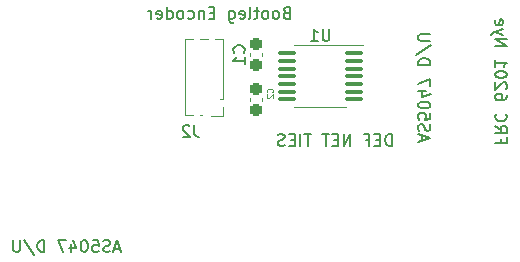
<source format=gbo>
%TF.GenerationSoftware,KiCad,Pcbnew,(6.0.7)*%
%TF.CreationDate,2022-08-20T21:52:45-04:00*%
%TF.ProjectId,THE_ENCODER,5448455f-454e-4434-9f44-45522e6b6963,rev?*%
%TF.SameCoordinates,Original*%
%TF.FileFunction,Legend,Bot*%
%TF.FilePolarity,Positive*%
%FSLAX46Y46*%
G04 Gerber Fmt 4.6, Leading zero omitted, Abs format (unit mm)*
G04 Created by KiCad (PCBNEW (6.0.7)) date 2022-08-20 21:52:45*
%MOMM*%
%LPD*%
G01*
G04 APERTURE LIST*
G04 Aperture macros list*
%AMRoundRect*
0 Rectangle with rounded corners*
0 $1 Rounding radius*
0 $2 $3 $4 $5 $6 $7 $8 $9 X,Y pos of 4 corners*
0 Add a 4 corners polygon primitive as box body*
4,1,4,$2,$3,$4,$5,$6,$7,$8,$9,$2,$3,0*
0 Add four circle primitives for the rounded corners*
1,1,$1+$1,$2,$3*
1,1,$1+$1,$4,$5*
1,1,$1+$1,$6,$7*
1,1,$1+$1,$8,$9*
0 Add four rect primitives between the rounded corners*
20,1,$1+$1,$2,$3,$4,$5,0*
20,1,$1+$1,$4,$5,$6,$7,0*
20,1,$1+$1,$6,$7,$8,$9,0*
20,1,$1+$1,$8,$9,$2,$3,0*%
G04 Aperture macros list end*
%ADD10C,0.150000*%
%ADD11C,0.125000*%
%ADD12C,0.120000*%
%ADD13R,0.500000X0.500000*%
%ADD14C,2.200000*%
%ADD15R,1.000000X1.000000*%
%ADD16O,1.000000X1.000000*%
%ADD17RoundRect,0.237500X-0.237500X0.300000X-0.237500X-0.300000X0.237500X-0.300000X0.237500X0.300000X0*%
%ADD18RoundRect,0.237500X0.237500X-0.300000X0.237500X0.300000X-0.237500X0.300000X-0.237500X-0.300000X0*%
%ADD19RoundRect,0.100000X0.637500X0.100000X-0.637500X0.100000X-0.637500X-0.100000X0.637500X-0.100000X0*%
G04 APERTURE END LIST*
D10*
X146083333Y-86047619D02*
X146083333Y-85571428D01*
X145797619Y-86142857D02*
X146797619Y-85809523D01*
X145797619Y-85476190D01*
X145845238Y-85190476D02*
X145797619Y-85047619D01*
X145797619Y-84809523D01*
X145845238Y-84714285D01*
X145892857Y-84666666D01*
X145988095Y-84619047D01*
X146083333Y-84619047D01*
X146178571Y-84666666D01*
X146226190Y-84714285D01*
X146273809Y-84809523D01*
X146321428Y-85000000D01*
X146369047Y-85095238D01*
X146416666Y-85142857D01*
X146511904Y-85190476D01*
X146607142Y-85190476D01*
X146702380Y-85142857D01*
X146750000Y-85095238D01*
X146797619Y-85000000D01*
X146797619Y-84761904D01*
X146750000Y-84619047D01*
X146797619Y-83714285D02*
X146797619Y-84190476D01*
X146321428Y-84238095D01*
X146369047Y-84190476D01*
X146416666Y-84095238D01*
X146416666Y-83857142D01*
X146369047Y-83761904D01*
X146321428Y-83714285D01*
X146226190Y-83666666D01*
X145988095Y-83666666D01*
X145892857Y-83714285D01*
X145845238Y-83761904D01*
X145797619Y-83857142D01*
X145797619Y-84095238D01*
X145845238Y-84190476D01*
X145892857Y-84238095D01*
X146797619Y-83047619D02*
X146797619Y-82952380D01*
X146750000Y-82857142D01*
X146702380Y-82809523D01*
X146607142Y-82761904D01*
X146416666Y-82714285D01*
X146178571Y-82714285D01*
X145988095Y-82761904D01*
X145892857Y-82809523D01*
X145845238Y-82857142D01*
X145797619Y-82952380D01*
X145797619Y-83047619D01*
X145845238Y-83142857D01*
X145892857Y-83190476D01*
X145988095Y-83238095D01*
X146178571Y-83285714D01*
X146416666Y-83285714D01*
X146607142Y-83238095D01*
X146702380Y-83190476D01*
X146750000Y-83142857D01*
X146797619Y-83047619D01*
X146464285Y-81857142D02*
X145797619Y-81857142D01*
X146845238Y-82095238D02*
X146130952Y-82333333D01*
X146130952Y-81714285D01*
X146797619Y-81428571D02*
X146797619Y-80761904D01*
X145797619Y-81190476D01*
X145797619Y-79619047D02*
X146797619Y-79619047D01*
X146797619Y-79380952D01*
X146750000Y-79238095D01*
X146654761Y-79142857D01*
X146559523Y-79095238D01*
X146369047Y-79047619D01*
X146226190Y-79047619D01*
X146035714Y-79095238D01*
X145940476Y-79142857D01*
X145845238Y-79238095D01*
X145797619Y-79380952D01*
X145797619Y-79619047D01*
X146845238Y-77904761D02*
X145559523Y-78761904D01*
X146797619Y-77571428D02*
X145988095Y-77571428D01*
X145892857Y-77523809D01*
X145845238Y-77476190D01*
X145797619Y-77380952D01*
X145797619Y-77190476D01*
X145845238Y-77095238D01*
X145892857Y-77047619D01*
X145988095Y-77000000D01*
X146797619Y-77000000D01*
X152821428Y-85857142D02*
X152821428Y-86190476D01*
X152297619Y-86190476D02*
X153297619Y-86190476D01*
X153297619Y-85714285D01*
X152297619Y-84761904D02*
X152773809Y-85095238D01*
X152297619Y-85333333D02*
X153297619Y-85333333D01*
X153297619Y-84952380D01*
X153250000Y-84857142D01*
X153202380Y-84809523D01*
X153107142Y-84761904D01*
X152964285Y-84761904D01*
X152869047Y-84809523D01*
X152821428Y-84857142D01*
X152773809Y-84952380D01*
X152773809Y-85333333D01*
X152392857Y-83761904D02*
X152345238Y-83809523D01*
X152297619Y-83952380D01*
X152297619Y-84047619D01*
X152345238Y-84190476D01*
X152440476Y-84285714D01*
X152535714Y-84333333D01*
X152726190Y-84380952D01*
X152869047Y-84380952D01*
X153059523Y-84333333D01*
X153154761Y-84285714D01*
X153250000Y-84190476D01*
X153297619Y-84047619D01*
X153297619Y-83952380D01*
X153250000Y-83809523D01*
X153202380Y-83761904D01*
X153297619Y-82142857D02*
X153297619Y-82333333D01*
X153250000Y-82428571D01*
X153202380Y-82476190D01*
X153059523Y-82571428D01*
X152869047Y-82619047D01*
X152488095Y-82619047D01*
X152392857Y-82571428D01*
X152345238Y-82523809D01*
X152297619Y-82428571D01*
X152297619Y-82238095D01*
X152345238Y-82142857D01*
X152392857Y-82095238D01*
X152488095Y-82047619D01*
X152726190Y-82047619D01*
X152821428Y-82095238D01*
X152869047Y-82142857D01*
X152916666Y-82238095D01*
X152916666Y-82428571D01*
X152869047Y-82523809D01*
X152821428Y-82571428D01*
X152726190Y-82619047D01*
X153202380Y-81666666D02*
X153250000Y-81619047D01*
X153297619Y-81523809D01*
X153297619Y-81285714D01*
X153250000Y-81190476D01*
X153202380Y-81142857D01*
X153107142Y-81095238D01*
X153011904Y-81095238D01*
X152869047Y-81142857D01*
X152297619Y-81714285D01*
X152297619Y-81095238D01*
X153297619Y-80476190D02*
X153297619Y-80380952D01*
X153250000Y-80285714D01*
X153202380Y-80238095D01*
X153107142Y-80190476D01*
X152916666Y-80142857D01*
X152678571Y-80142857D01*
X152488095Y-80190476D01*
X152392857Y-80238095D01*
X152345238Y-80285714D01*
X152297619Y-80380952D01*
X152297619Y-80476190D01*
X152345238Y-80571428D01*
X152392857Y-80619047D01*
X152488095Y-80666666D01*
X152678571Y-80714285D01*
X152916666Y-80714285D01*
X153107142Y-80666666D01*
X153202380Y-80619047D01*
X153250000Y-80571428D01*
X153297619Y-80476190D01*
X152297619Y-79190476D02*
X152297619Y-79761904D01*
X152297619Y-79476190D02*
X153297619Y-79476190D01*
X153154761Y-79571428D01*
X153059523Y-79666666D01*
X153011904Y-79761904D01*
X152297619Y-78000000D02*
X153297619Y-78000000D01*
X152297619Y-77428571D01*
X153297619Y-77428571D01*
X152964285Y-77047619D02*
X152297619Y-76809523D01*
X152964285Y-76571428D02*
X152297619Y-76809523D01*
X152059523Y-76904761D01*
X152011904Y-76952380D01*
X151964285Y-77047619D01*
X152345238Y-75809523D02*
X152297619Y-75904761D01*
X152297619Y-76095238D01*
X152345238Y-76190476D01*
X152440476Y-76238095D01*
X152821428Y-76238095D01*
X152916666Y-76190476D01*
X152964285Y-76095238D01*
X152964285Y-75904761D01*
X152916666Y-75809523D01*
X152821428Y-75761904D01*
X152726190Y-75761904D01*
X152630952Y-76238095D01*
X120547619Y-95166666D02*
X120071428Y-95166666D01*
X120642857Y-95452380D02*
X120309523Y-94452380D01*
X119976190Y-95452380D01*
X119690476Y-95404761D02*
X119547619Y-95452380D01*
X119309523Y-95452380D01*
X119214285Y-95404761D01*
X119166666Y-95357142D01*
X119119047Y-95261904D01*
X119119047Y-95166666D01*
X119166666Y-95071428D01*
X119214285Y-95023809D01*
X119309523Y-94976190D01*
X119500000Y-94928571D01*
X119595238Y-94880952D01*
X119642857Y-94833333D01*
X119690476Y-94738095D01*
X119690476Y-94642857D01*
X119642857Y-94547619D01*
X119595238Y-94500000D01*
X119500000Y-94452380D01*
X119261904Y-94452380D01*
X119119047Y-94500000D01*
X118214285Y-94452380D02*
X118690476Y-94452380D01*
X118738095Y-94928571D01*
X118690476Y-94880952D01*
X118595238Y-94833333D01*
X118357142Y-94833333D01*
X118261904Y-94880952D01*
X118214285Y-94928571D01*
X118166666Y-95023809D01*
X118166666Y-95261904D01*
X118214285Y-95357142D01*
X118261904Y-95404761D01*
X118357142Y-95452380D01*
X118595238Y-95452380D01*
X118690476Y-95404761D01*
X118738095Y-95357142D01*
X117547619Y-94452380D02*
X117452380Y-94452380D01*
X117357142Y-94500000D01*
X117309523Y-94547619D01*
X117261904Y-94642857D01*
X117214285Y-94833333D01*
X117214285Y-95071428D01*
X117261904Y-95261904D01*
X117309523Y-95357142D01*
X117357142Y-95404761D01*
X117452380Y-95452380D01*
X117547619Y-95452380D01*
X117642857Y-95404761D01*
X117690476Y-95357142D01*
X117738095Y-95261904D01*
X117785714Y-95071428D01*
X117785714Y-94833333D01*
X117738095Y-94642857D01*
X117690476Y-94547619D01*
X117642857Y-94500000D01*
X117547619Y-94452380D01*
X116357142Y-94785714D02*
X116357142Y-95452380D01*
X116595238Y-94404761D02*
X116833333Y-95119047D01*
X116214285Y-95119047D01*
X115928571Y-94452380D02*
X115261904Y-94452380D01*
X115690476Y-95452380D01*
X114119047Y-95452380D02*
X114119047Y-94452380D01*
X113880952Y-94452380D01*
X113738095Y-94500000D01*
X113642857Y-94595238D01*
X113595238Y-94690476D01*
X113547619Y-94880952D01*
X113547619Y-95023809D01*
X113595238Y-95214285D01*
X113642857Y-95309523D01*
X113738095Y-95404761D01*
X113880952Y-95452380D01*
X114119047Y-95452380D01*
X112404761Y-94404761D02*
X113261904Y-95690476D01*
X112071428Y-94452380D02*
X112071428Y-95261904D01*
X112023809Y-95357142D01*
X111976190Y-95404761D01*
X111880952Y-95452380D01*
X111690476Y-95452380D01*
X111595238Y-95404761D01*
X111547619Y-95357142D01*
X111500000Y-95261904D01*
X111500000Y-94452380D01*
X134619047Y-75178571D02*
X134476190Y-75226190D01*
X134428571Y-75273809D01*
X134380952Y-75369047D01*
X134380952Y-75511904D01*
X134428571Y-75607142D01*
X134476190Y-75654761D01*
X134571428Y-75702380D01*
X134952380Y-75702380D01*
X134952380Y-74702380D01*
X134619047Y-74702380D01*
X134523809Y-74750000D01*
X134476190Y-74797619D01*
X134428571Y-74892857D01*
X134428571Y-74988095D01*
X134476190Y-75083333D01*
X134523809Y-75130952D01*
X134619047Y-75178571D01*
X134952380Y-75178571D01*
X133809523Y-75702380D02*
X133904761Y-75654761D01*
X133952380Y-75607142D01*
X134000000Y-75511904D01*
X134000000Y-75226190D01*
X133952380Y-75130952D01*
X133904761Y-75083333D01*
X133809523Y-75035714D01*
X133666666Y-75035714D01*
X133571428Y-75083333D01*
X133523809Y-75130952D01*
X133476190Y-75226190D01*
X133476190Y-75511904D01*
X133523809Y-75607142D01*
X133571428Y-75654761D01*
X133666666Y-75702380D01*
X133809523Y-75702380D01*
X132904761Y-75702380D02*
X133000000Y-75654761D01*
X133047619Y-75607142D01*
X133095238Y-75511904D01*
X133095238Y-75226190D01*
X133047619Y-75130952D01*
X133000000Y-75083333D01*
X132904761Y-75035714D01*
X132761904Y-75035714D01*
X132666666Y-75083333D01*
X132619047Y-75130952D01*
X132571428Y-75226190D01*
X132571428Y-75511904D01*
X132619047Y-75607142D01*
X132666666Y-75654761D01*
X132761904Y-75702380D01*
X132904761Y-75702380D01*
X132285714Y-75035714D02*
X131904761Y-75035714D01*
X132142857Y-74702380D02*
X132142857Y-75559523D01*
X132095238Y-75654761D01*
X132000000Y-75702380D01*
X131904761Y-75702380D01*
X131428571Y-75702380D02*
X131523809Y-75654761D01*
X131571428Y-75559523D01*
X131571428Y-74702380D01*
X130666666Y-75654761D02*
X130761904Y-75702380D01*
X130952380Y-75702380D01*
X131047619Y-75654761D01*
X131095238Y-75559523D01*
X131095238Y-75178571D01*
X131047619Y-75083333D01*
X130952380Y-75035714D01*
X130761904Y-75035714D01*
X130666666Y-75083333D01*
X130619047Y-75178571D01*
X130619047Y-75273809D01*
X131095238Y-75369047D01*
X129761904Y-75035714D02*
X129761904Y-75845238D01*
X129809523Y-75940476D01*
X129857142Y-75988095D01*
X129952380Y-76035714D01*
X130095238Y-76035714D01*
X130190476Y-75988095D01*
X129761904Y-75654761D02*
X129857142Y-75702380D01*
X130047619Y-75702380D01*
X130142857Y-75654761D01*
X130190476Y-75607142D01*
X130238095Y-75511904D01*
X130238095Y-75226190D01*
X130190476Y-75130952D01*
X130142857Y-75083333D01*
X130047619Y-75035714D01*
X129857142Y-75035714D01*
X129761904Y-75083333D01*
X128523809Y-75178571D02*
X128190476Y-75178571D01*
X128047619Y-75702380D02*
X128523809Y-75702380D01*
X128523809Y-74702380D01*
X128047619Y-74702380D01*
X127619047Y-75035714D02*
X127619047Y-75702380D01*
X127619047Y-75130952D02*
X127571428Y-75083333D01*
X127476190Y-75035714D01*
X127333333Y-75035714D01*
X127238095Y-75083333D01*
X127190476Y-75178571D01*
X127190476Y-75702380D01*
X126285714Y-75654761D02*
X126380952Y-75702380D01*
X126571428Y-75702380D01*
X126666666Y-75654761D01*
X126714285Y-75607142D01*
X126761904Y-75511904D01*
X126761904Y-75226190D01*
X126714285Y-75130952D01*
X126666666Y-75083333D01*
X126571428Y-75035714D01*
X126380952Y-75035714D01*
X126285714Y-75083333D01*
X125714285Y-75702380D02*
X125809523Y-75654761D01*
X125857142Y-75607142D01*
X125904761Y-75511904D01*
X125904761Y-75226190D01*
X125857142Y-75130952D01*
X125809523Y-75083333D01*
X125714285Y-75035714D01*
X125571428Y-75035714D01*
X125476190Y-75083333D01*
X125428571Y-75130952D01*
X125380952Y-75226190D01*
X125380952Y-75511904D01*
X125428571Y-75607142D01*
X125476190Y-75654761D01*
X125571428Y-75702380D01*
X125714285Y-75702380D01*
X124523809Y-75702380D02*
X124523809Y-74702380D01*
X124523809Y-75654761D02*
X124619047Y-75702380D01*
X124809523Y-75702380D01*
X124904761Y-75654761D01*
X124952380Y-75607142D01*
X125000000Y-75511904D01*
X125000000Y-75226190D01*
X124952380Y-75130952D01*
X124904761Y-75083333D01*
X124809523Y-75035714D01*
X124619047Y-75035714D01*
X124523809Y-75083333D01*
X123666666Y-75654761D02*
X123761904Y-75702380D01*
X123952380Y-75702380D01*
X124047619Y-75654761D01*
X124095238Y-75559523D01*
X124095238Y-75178571D01*
X124047619Y-75083333D01*
X123952380Y-75035714D01*
X123761904Y-75035714D01*
X123666666Y-75083333D01*
X123619047Y-75178571D01*
X123619047Y-75273809D01*
X124095238Y-75369047D01*
X123190476Y-75702380D02*
X123190476Y-75035714D01*
X123190476Y-75226190D02*
X123142857Y-75130952D01*
X123095238Y-75083333D01*
X123000000Y-75035714D01*
X122904761Y-75035714D01*
X143559523Y-86452380D02*
X143559523Y-85452380D01*
X143321428Y-85452380D01*
X143178571Y-85500000D01*
X143083333Y-85595238D01*
X143035714Y-85690476D01*
X142988095Y-85880952D01*
X142988095Y-86023809D01*
X143035714Y-86214285D01*
X143083333Y-86309523D01*
X143178571Y-86404761D01*
X143321428Y-86452380D01*
X143559523Y-86452380D01*
X142559523Y-85928571D02*
X142226190Y-85928571D01*
X142083333Y-86452380D02*
X142559523Y-86452380D01*
X142559523Y-85452380D01*
X142083333Y-85452380D01*
X141321428Y-85928571D02*
X141654761Y-85928571D01*
X141654761Y-86452380D02*
X141654761Y-85452380D01*
X141178571Y-85452380D01*
X140035714Y-86452380D02*
X140035714Y-85452380D01*
X139464285Y-86452380D01*
X139464285Y-85452380D01*
X138988095Y-85928571D02*
X138654761Y-85928571D01*
X138511904Y-86452380D02*
X138988095Y-86452380D01*
X138988095Y-85452380D01*
X138511904Y-85452380D01*
X138226190Y-85452380D02*
X137654761Y-85452380D01*
X137940476Y-86452380D02*
X137940476Y-85452380D01*
X136702380Y-85452380D02*
X136130952Y-85452380D01*
X136416666Y-86452380D02*
X136416666Y-85452380D01*
X135797619Y-86452380D02*
X135797619Y-85452380D01*
X135321428Y-85928571D02*
X134988095Y-85928571D01*
X134845238Y-86452380D02*
X135321428Y-86452380D01*
X135321428Y-85452380D01*
X134845238Y-85452380D01*
X134464285Y-86404761D02*
X134321428Y-86452380D01*
X134083333Y-86452380D01*
X133988095Y-86404761D01*
X133940476Y-86357142D01*
X133892857Y-86261904D01*
X133892857Y-86166666D01*
X133940476Y-86071428D01*
X133988095Y-86023809D01*
X134083333Y-85976190D01*
X134273809Y-85928571D01*
X134369047Y-85880952D01*
X134416666Y-85833333D01*
X134464285Y-85738095D01*
X134464285Y-85642857D01*
X134416666Y-85547619D01*
X134369047Y-85500000D01*
X134273809Y-85452380D01*
X134035714Y-85452380D01*
X133892857Y-85500000D01*
%TO.C,J2*%
X126833333Y-84702380D02*
X126833333Y-85416666D01*
X126880952Y-85559523D01*
X126976190Y-85654761D01*
X127119047Y-85702380D01*
X127214285Y-85702380D01*
X126404761Y-84797619D02*
X126357142Y-84750000D01*
X126261904Y-84702380D01*
X126023809Y-84702380D01*
X125928571Y-84750000D01*
X125880952Y-84797619D01*
X125833333Y-84892857D01*
X125833333Y-84988095D01*
X125880952Y-85130952D01*
X126452380Y-85702380D01*
X125833333Y-85702380D01*
%TO.C,C1*%
X131007142Y-78573333D02*
X131054761Y-78525714D01*
X131102380Y-78382857D01*
X131102380Y-78287619D01*
X131054761Y-78144761D01*
X130959523Y-78049523D01*
X130864285Y-78001904D01*
X130673809Y-77954285D01*
X130530952Y-77954285D01*
X130340476Y-78001904D01*
X130245238Y-78049523D01*
X130150000Y-78144761D01*
X130102380Y-78287619D01*
X130102380Y-78382857D01*
X130150000Y-78525714D01*
X130197619Y-78573333D01*
X131102380Y-79525714D02*
X131102380Y-78954285D01*
X131102380Y-79240000D02*
X130102380Y-79240000D01*
X130245238Y-79144761D01*
X130340476Y-79049523D01*
X130388095Y-78954285D01*
D11*
%TO.C,C2*%
X133428571Y-81916666D02*
X133452380Y-81892857D01*
X133476190Y-81821428D01*
X133476190Y-81773809D01*
X133452380Y-81702380D01*
X133404761Y-81654761D01*
X133357142Y-81630952D01*
X133261904Y-81607142D01*
X133190476Y-81607142D01*
X133095238Y-81630952D01*
X133047619Y-81654761D01*
X133000000Y-81702380D01*
X132976190Y-81773809D01*
X132976190Y-81821428D01*
X133000000Y-81892857D01*
X133023809Y-81916666D01*
X133023809Y-82107142D02*
X133000000Y-82130952D01*
X132976190Y-82178571D01*
X132976190Y-82297619D01*
X133000000Y-82345238D01*
X133023809Y-82369047D01*
X133071428Y-82392857D01*
X133119047Y-82392857D01*
X133190476Y-82369047D01*
X133476190Y-82083333D01*
X133476190Y-82392857D01*
D10*
%TO.C,U1*%
X138271904Y-76567380D02*
X138271904Y-77376904D01*
X138224285Y-77472142D01*
X138176666Y-77519761D01*
X138081428Y-77567380D01*
X137890952Y-77567380D01*
X137795714Y-77519761D01*
X137748095Y-77472142D01*
X137700476Y-77376904D01*
X137700476Y-76567380D01*
X136700476Y-77567380D02*
X137271904Y-77567380D01*
X136986190Y-77567380D02*
X136986190Y-76567380D01*
X137081428Y-76710238D01*
X137176666Y-76805476D01*
X137271904Y-76853095D01*
D12*
%TO.C,J2*%
X126060000Y-83865000D02*
X126702470Y-83865000D01*
X128280000Y-83930000D02*
X129230000Y-83930000D01*
X129040000Y-82535000D02*
X129230000Y-82535000D01*
X128587530Y-77395000D02*
X129230000Y-77395000D01*
X126060000Y-77395000D02*
X126702470Y-77395000D01*
X129230000Y-83930000D02*
X129230000Y-83170000D01*
X127317530Y-77395000D02*
X127972470Y-77395000D01*
X129230000Y-82535000D02*
X129230000Y-77395000D01*
X126060000Y-83865000D02*
X126060000Y-77395000D01*
X127317530Y-83865000D02*
X127520000Y-83865000D01*
%TO.C,C1*%
X132590000Y-78593733D02*
X132590000Y-78886267D01*
X131570000Y-78593733D02*
X131570000Y-78886267D01*
%TO.C,C2*%
X132590000Y-82696267D02*
X132590000Y-82403733D01*
X131570000Y-82696267D02*
X131570000Y-82403733D01*
%TO.C,U1*%
X137510000Y-83175000D02*
X135310000Y-83175000D01*
X137510000Y-77955000D02*
X141110000Y-77955000D01*
X137510000Y-77955000D02*
X135310000Y-77955000D01*
X137510000Y-83175000D02*
X139710000Y-83175000D01*
%TD*%
%LPC*%
%TO.C,NT6*%
G36*
X138815000Y-84405000D02*
G01*
X139315000Y-84405000D01*
X139315000Y-84605000D01*
X138815000Y-84605000D01*
X138815000Y-84405000D01*
G37*
%TO.C,NT5*%
G36*
X141355000Y-84340000D02*
G01*
X141855000Y-84340000D01*
X141855000Y-84540000D01*
X141355000Y-84540000D01*
X141355000Y-84340000D01*
G37*
%TO.C,NT4*%
G36*
X136275000Y-84405000D02*
G01*
X136775000Y-84405000D01*
X136775000Y-84605000D01*
X136275000Y-84605000D01*
X136275000Y-84405000D01*
G37*
%TD*%
D13*
%TO.C,NT6*%
X139065000Y-84155000D03*
X139065000Y-84855000D03*
%TD*%
%TO.C,NT5*%
X141605000Y-84090000D03*
X141605000Y-84790000D03*
%TD*%
%TO.C,NT4*%
X136525000Y-84155000D03*
X136525000Y-84855000D03*
%TD*%
D14*
%TO.C,H2*%
X149500000Y-78250000D03*
%TD*%
%TO.C,H1*%
X149500000Y-84750000D03*
%TD*%
%TO.C,H3*%
X119500000Y-81750000D03*
%TD*%
D15*
%TO.C,J1*%
X144145000Y-76835000D03*
D16*
X144145000Y-78105000D03*
X144145000Y-79375000D03*
X144145000Y-80645000D03*
X144145000Y-81915000D03*
%TD*%
%TO.C,J2*%
X127010000Y-78090000D03*
X128280000Y-78090000D03*
X127010000Y-79360000D03*
X128280000Y-79360000D03*
X127010000Y-80630000D03*
X128280000Y-80630000D03*
X127010000Y-81900000D03*
X128280000Y-81900000D03*
X127010000Y-83170000D03*
D15*
X128280000Y-83170000D03*
%TD*%
D17*
%TO.C,C1*%
X132080000Y-77877500D03*
X132080000Y-79602500D03*
%TD*%
D18*
%TO.C,C2*%
X132080000Y-83412500D03*
X132080000Y-81687500D03*
%TD*%
D19*
%TO.C,U1*%
X140372500Y-78615000D03*
X140372500Y-79265000D03*
X140372500Y-79915000D03*
X140372500Y-80565000D03*
X140372500Y-81215000D03*
X140372500Y-81865000D03*
X140372500Y-82515000D03*
X134647500Y-82515000D03*
X134647500Y-81865000D03*
X134647500Y-81215000D03*
X134647500Y-80565000D03*
X134647500Y-79915000D03*
X134647500Y-79265000D03*
X134647500Y-78615000D03*
%TD*%
M02*

</source>
